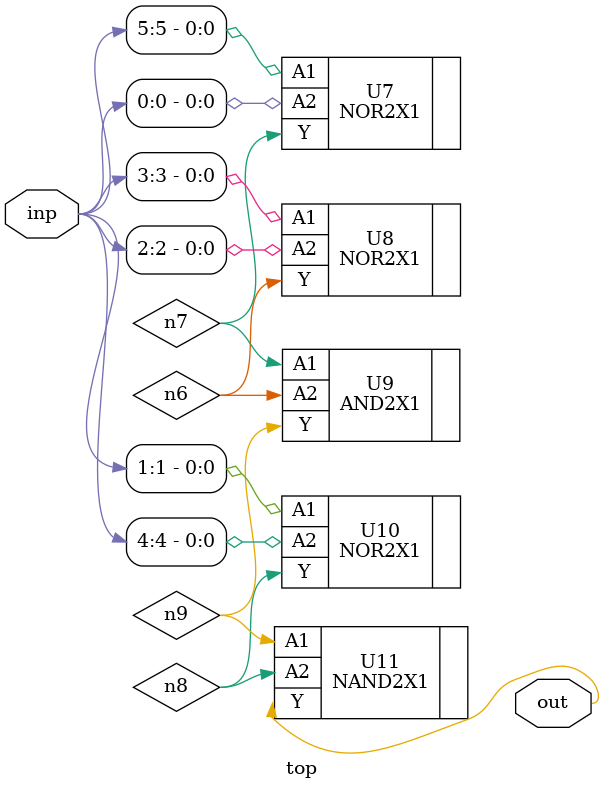
<source format=sv>


module top ( inp, out );
  input [5:0] inp;
  output out;
  wire   n6, n7, n8, n9;

  NOR2X1 U7 ( .A1(inp[5]), .A2(inp[0]), .Y(n7) );
  NOR2X1 U8 ( .A1(inp[3]), .A2(inp[2]), .Y(n6) );
  AND2X1 U9 ( .A1(n7), .A2(n6), .Y(n9) );
  NOR2X1 U10 ( .A1(inp[1]), .A2(inp[4]), .Y(n8) );
  NAND2X1 U11 ( .A1(n9), .A2(n8), .Y(out) );
endmodule


</source>
